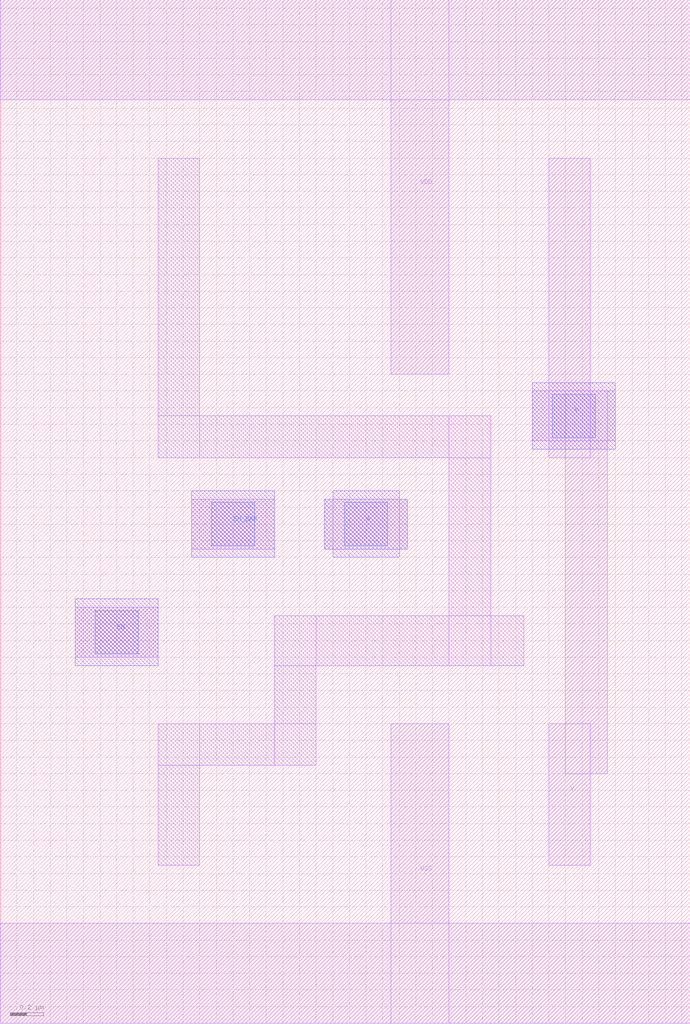
<source format=lef>
# Copyright 2022 Google LLC
# Licensed under the Apache License, Version 2.0 (the "License");
# you may not use this file except in compliance with the License.
# You may obtain a copy of the License at
#
#      http://www.apache.org/licenses/LICENSE-2.0
#
# Unless required by applicable law or agreed to in writing, software
# distributed under the License is distributed on an "AS IS" BASIS,
# WITHOUT WARRANTIES OR CONDITIONS OF ANY KIND, either express or implied.
# See the License for the specific language governing permissions and
# limitations under the License.
VERSION 5.7 ;
BUSBITCHARS "[]" ;
DIVIDERCHAR "/" ;

MACRO gf180mcu_osu_sc_9T_tbuf_1
  CLASS CORE ;
  ORIGIN 0 0 ;
  FOREIGN gf180mcu_osu_sc_9T_tbuf_1 0 0 ;
  SIZE 4.15 BY 6.15 ;
  SYMMETRY X Y ;
  SITE GF180_3p3_12t ;
  PIN VDD
    DIRECTION INOUT ;
    USE POWER ;
    SHAPE ABUTMENT ;
    PORT
      LAYER MET1 ;
        RECT 0 5.55 4.15 6.15 ;
        RECT 2.35 3.9 2.7 6.15 ;
    END
  END VDD
  PIN VSS
    DIRECTION INOUT ;
    USE GROUND ;
    PORT
      LAYER MET1 ;
        RECT 0 0 4.15 0.6 ;
        RECT 2.35 0 2.7 1.8 ;
    END
  END VSS
  PIN A
    DIRECTION INPUT ;
    USE SIGNAL ;
    PORT
      LAYER MET1 ;
        RECT 1.95 2.85 2.45 3.15 ;
      LAYER MET2 ;
        RECT 1.95 2.85 2.45 3.15 ;
        RECT 2 2.8 2.4 3.2 ;
      LAYER VIA12 ;
        RECT 2.07 2.87 2.33 3.13 ;
    END
  END A
  PIN EN
    DIRECTION INPUT ;
    USE SIGNAL ;
    PORT
      LAYER MET1 ;
        RECT 0.45 2.2 0.95 2.5 ;
      LAYER MET2 ;
        RECT 0.45 2.15 0.95 2.55 ;
      LAYER VIA12 ;
        RECT 0.57 2.22 0.83 2.48 ;
    END
  END EN
  PIN EN_BAR
    DIRECTION INPUT ;
    USE SIGNAL ;
    PORT
      LAYER MET1 ;
        RECT 1.15 2.85 1.65 3.15 ;
      LAYER MET2 ;
        RECT 1.15 2.8 1.65 3.2 ;
      LAYER VIA12 ;
        RECT 1.27 2.87 1.53 3.13 ;
    END
  END EN_BAR
  PIN Y
    DIRECTION OUTPUT ;
    USE SIGNAL ;
    PORT
      LAYER MET1 ;
        RECT 3.2 3.5 3.7 3.8 ;
        RECT 3.4 1.5 3.65 3.8 ;
        RECT 3.3 3.4 3.55 5.2 ;
        RECT 3.3 0.95 3.55 1.8 ;
      LAYER MET2 ;
        RECT 3.2 3.45 3.7 3.85 ;
      LAYER VIA12 ;
        RECT 3.32 3.52 3.58 3.78 ;
    END
  END Y
  OBS
    LAYER MET1 ;
      RECT 0.95 3.4 1.2 5.2 ;
      RECT 0.95 3.4 2.95 3.65 ;
      RECT 2.7 2.15 2.95 3.65 ;
      RECT 1.65 2.15 3.15 2.45 ;
      RECT 1.65 1.55 1.9 2.45 ;
      RECT 0.95 1.55 1.9 1.8 ;
      RECT 0.95 0.95 1.2 1.8 ;
  END
END gf180mcu_osu_sc_9T_tbuf_1

</source>
